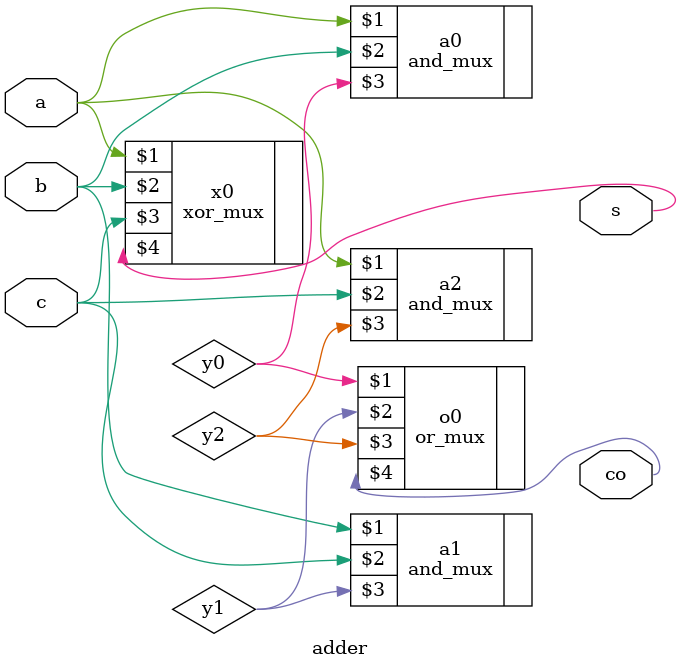
<source format=v>
`timescale 1ns/1ns

module adder(input a, b, c, output s, co);
	wire y0, y1, y2;
	xor_mux x0(a, b, c, s);
	and_mux a0(a, b, y0) , a1(b, c, y1), a2(a, c, y2);
	or_mux o0(y0, y1, y2, co);
endmodule

</source>
